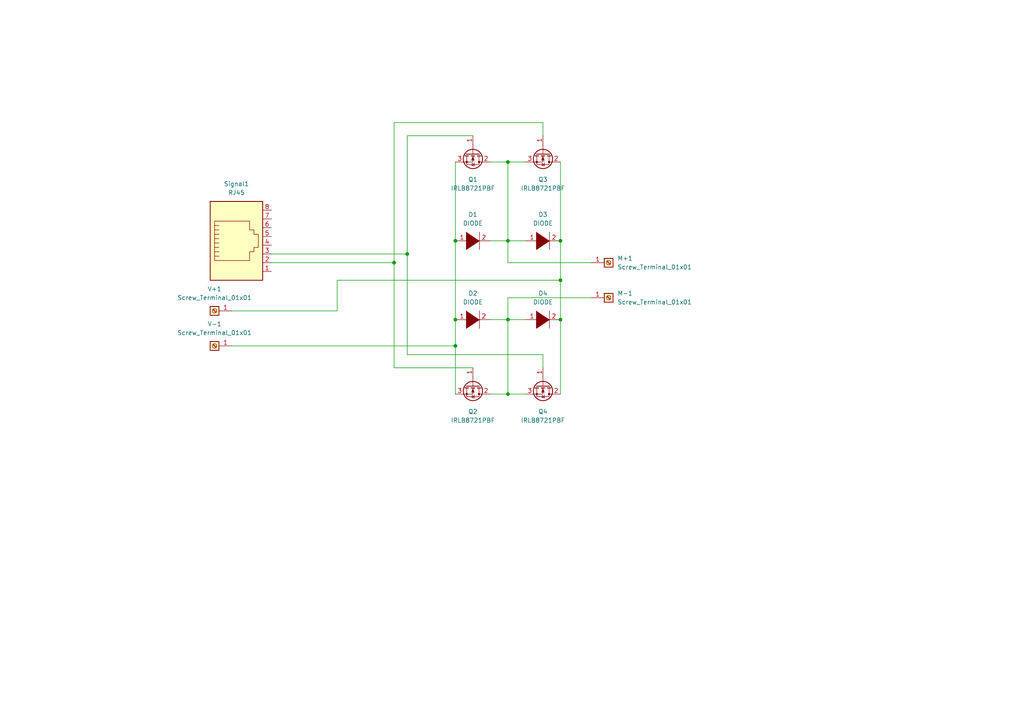
<source format=kicad_sch>
(kicad_sch (version 20211123) (generator eeschema)
  (paper "A4")
  (lib_symbols
    (symbol "Connector:RJ45" (pin_names (offset 1.016))
      (property "Reference" "J" (at -5.08 13.97 0))
      (property "Value" "RJ45" (at 2.54 13.97 0))
      (symbol "RJ45_0_1"
        (polyline (pts (xy -5.08 4.445) (xy -6.35 4.445)))
        (polyline (pts (xy -5.08 5.715) (xy -6.35 5.715)))
        (polyline (pts (xy -6.35 -3.175) (xy -5.08 -3.175) (xy -5.08 -3.175)))
        (polyline (pts (xy -6.35 -1.905) (xy -5.08 -1.905) (xy -5.08 -1.905)))
        (polyline (pts (xy -6.35 -0.635) (xy -5.08 -0.635) (xy -5.08 -0.635)))
        (polyline (pts (xy -6.35 0.635) (xy -5.08 0.635) (xy -5.08 0.635)))
        (polyline (pts (xy -6.35 1.905) (xy -5.08 1.905) (xy -5.08 1.905)))
        (polyline (pts (xy -5.08 3.175) (xy -6.35 3.175) (xy -6.35 3.175)))
        (polyline (pts (xy -6.35 -4.445) (xy -6.35 6.985) (xy 3.81 6.985) (xy 3.81 4.445) (xy 5.08 4.445) (xy 5.08 3.175) (xy 6.35 3.175) (xy 6.35 -0.635) (xy 5.08 -0.635) (xy 5.08 -1.905) (xy 3.81 -1.905) (xy 3.81 -4.445) (xy -6.35 -4.445) (xy -6.35 -4.445)))
        (rectangle (start 7.62 12.7) (end -7.62 -10.16) (stroke (width 0.254)) (fill (type background)))
      )
      (symbol "RJ45_1_1"
        (pin passive line (at 10.16 -7.62 180) (length 2.54) (name "~") (number "1"))
        (pin passive line (at 10.16 -5.08 180) (length 2.54) (name "~") (number "2"))
        (pin passive line (at 10.16 -2.54 180) (length 2.54) (name "~") (number "3"))
        (pin passive line (at 10.16 0 180) (length 2.54) (name "~") (number "4"))
        (pin passive line (at 10.16 2.54 180) (length 2.54) (name "~") (number "5"))
        (pin passive line (at 10.16 5.08 180) (length 2.54) (name "~") (number "6"))
        (pin passive line (at 10.16 7.62 180) (length 2.54) (name "~") (number "7"))
        (pin passive line (at 10.16 10.16 180) (length 2.54) (name "~") (number "8"))
      )
    )
    (symbol "Connector:Screw_Terminal_01x01" (pin_names (offset 1.016) hide)
      (property "Reference" "J" (at 0 2.54 0))
      (property "Value" "Screw_Terminal_01x01" (at 0 -2.54 0))
      (symbol "Screw_Terminal_01x01_1_1"
        (rectangle (start -1.27 1.27) (end 1.27 -1.27) (stroke (width 0.254)) (fill (type background)))
        (polyline (pts (xy -0.5334 0.3302) (xy 0.3302 -0.508)) (stroke (width 0.1524)))
        (polyline (pts (xy -0.3556 0.508) (xy 0.508 -0.3302)) (stroke (width 0.1524)))
        (circle (center 0 0) (radius 0.635) (stroke (width 0.1524)))
        (pin passive line (at -5.08 0 0) (length 3.81) (name "Pin_1") (number "1"))
      )
    )
    (symbol "Transistor_FET:IRLB8721PBF" (pin_names hide)
      (property "Reference" "Q" (at 6.35 1.905 0))
      (property "Value" "IRLB8721PBF" (at 6.35 0 0))
      (symbol "IRLB8721PBF_0_1"
        (polyline (pts (xy 0.254 0) (xy -2.54 0)))
        (polyline (pts (xy 0.254 1.905) (xy 0.254 -1.905)) (stroke (width 0.254)))
        (polyline (pts (xy 0.762 -1.27) (xy 0.762 -2.286)) (stroke (width 0.254)))
        (polyline (pts (xy 0.762 0.508) (xy 0.762 -0.508)) (stroke (width 0.254)))
        (polyline (pts (xy 0.762 2.286) (xy 0.762 1.27)) (stroke (width 0.254)))
        (polyline (pts (xy 2.54 2.54) (xy 2.54 1.778)))
        (polyline (pts (xy 2.54 -2.54) (xy 2.54 0) (xy 0.762 0)))
        (polyline (pts (xy 0.762 -1.778) (xy 3.302 -1.778) (xy 3.302 1.778) (xy 0.762 1.778)))
        (polyline (pts (xy 1.016 0) (xy 2.032 0.381) (xy 2.032 -0.381) (xy 1.016 0)) (fill (type outline)))
        (polyline (pts (xy 2.794 0.508) (xy 2.921 0.381) (xy 3.683 0.381) (xy 3.81 0.254)))
        (polyline (pts (xy 3.302 0.381) (xy 2.921 -0.254) (xy 3.683 -0.254) (xy 3.302 0.381)))
        (circle (center 1.651 0) (radius 2.794) (stroke (width 0.254)))
        (circle (center 2.54 -1.778) (radius 0.254) (fill (type outline)))
        (circle (center 2.54 1.778) (radius 0.254) (fill (type outline)))
      )
      (symbol "IRLB8721PBF_1_1"
        (pin input line (at -5.08 0 0) (length 2.54) (name "G") (number "1"))
        (pin passive line (at 2.54 5.08 270) (length 2.54) (name "D") (number "2"))
        (pin passive line (at 2.54 -5.08 90) (length 2.54) (name "S") (number "3"))
      )
    )
    (symbol "pspice:DIODE" (pin_names (offset 1.016) hide)
      (property "Reference" "D" (at 0 3.81 0))
      (property "Value" "DIODE" (at 0 -4.445 0))
      (symbol "DIODE_0_1"
        (polyline (pts (xy 1.905 2.54) (xy 1.905 -2.54)))
        (polyline (pts (xy -1.905 2.54) (xy -1.905 -2.54) (xy 1.905 0)) (fill (type outline)))
      )
      (symbol "DIODE_1_1"
        (pin input line (at -5.08 0 0) (length 3.81) (name "K") (number "1"))
        (pin input line (at 5.08 0 180) (length 3.81) (name "A") (number "2"))
      )
    )
  )
  (junction (at 132.08 69.85))
  (junction (at 162.56 92.71))
  (junction (at 162.56 81.28))
  (junction (at 114.3 76.2))
  (junction (at 132.08 92.71))
  (junction (at 147.32 114.3))
  (junction (at 147.32 92.71))
  (junction (at 147.32 46.99))
  (junction (at 132.08 100.33))
  (junction (at 118.11 73.66))
  (junction (at 147.32 69.85))
  (junction (at 162.56 69.85))
  (wire (pts (xy 152.4 114.3) (xy 147.32 114.3)))
  (wire (pts (xy 142.24 114.3) (xy 147.32 114.3)))
  (wire (pts (xy 142.24 92.71) (xy 147.32 92.71)))
  (wire (pts (xy 147.32 46.99) (xy 152.4 46.99)))
  (wire (pts (xy 162.56 92.71) (xy 162.56 114.3)))
  (wire (pts (xy 147.32 46.99) (xy 147.32 69.85)))
  (wire (pts (xy 171.45 86.36) (xy 147.32 86.36)))
  (wire (pts (xy 78.74 76.2) (xy 114.3 76.2)))
  (wire (pts (xy 132.08 69.85) (xy 132.08 92.71)))
  (wire (pts (xy 142.24 69.85) (xy 147.32 69.85)))
  (wire (pts (xy 78.74 73.66) (xy 118.11 73.66)))
  (wire (pts (xy 171.45 76.2) (xy 147.32 76.2)))
  (wire (pts (xy 97.79 81.28) (xy 97.79 90.17)))
  (wire (pts (xy 137.16 106.68) (xy 114.3 106.68)))
  (wire (pts (xy 132.08 92.71) (xy 132.08 100.33)))
  (wire (pts (xy 162.56 81.28) (xy 162.56 92.71)))
  (wire (pts (xy 132.08 46.99) (xy 132.08 69.85)))
  (wire (pts (xy 118.11 102.87) (xy 118.11 73.66)))
  (wire (pts (xy 147.32 76.2) (xy 147.32 69.85)))
  (wire (pts (xy 132.08 100.33) (xy 132.08 114.3)))
  (wire (pts (xy 157.48 35.56) (xy 157.48 39.37)))
  (wire (pts (xy 118.11 73.66) (xy 118.11 39.37)))
  (wire (pts (xy 147.32 114.3) (xy 147.32 92.71)))
  (wire (pts (xy 147.32 86.36) (xy 147.32 92.71)))
  (wire (pts (xy 114.3 35.56) (xy 157.48 35.56)))
  (wire (pts (xy 114.3 106.68) (xy 114.3 76.2)))
  (wire (pts (xy 67.31 100.33) (xy 132.08 100.33)))
  (wire (pts (xy 118.11 39.37) (xy 137.16 39.37)))
  (wire (pts (xy 162.56 81.28) (xy 97.79 81.28)))
  (wire (pts (xy 97.79 90.17) (xy 67.31 90.17)))
  (wire (pts (xy 114.3 76.2) (xy 114.3 35.56)))
  (wire (pts (xy 162.56 46.99) (xy 162.56 69.85)))
  (wire (pts (xy 147.32 92.71) (xy 152.4 92.71)))
  (wire (pts (xy 162.56 69.85) (xy 162.56 81.28)))
  (wire (pts (xy 142.24 46.99) (xy 147.32 46.99)))
  (wire (pts (xy 157.48 102.87) (xy 118.11 102.87)))
  (wire (pts (xy 147.32 69.85) (xy 152.4 69.85)))
  (wire (pts (xy 157.48 106.68) (xy 157.48 102.87)))
  (symbol (lib_id "pspice:DIODE") (at 137.16 92.71 0) (unit 1)
    (property "Reference" "D2" (at 137.16 85.09 0))
    (property "Value" "DIODE" (at 137.16 87.63 0))
  )
  (symbol (lib_id "Connector:Screw_Terminal_01x01") (at 62.23 100.33 180) (unit 1)
    (property "Reference" "V-1" (at 62.23 93.98 0))
    (property "Value" "Screw_Terminal_01x01" (at 62.23 96.52 0))
    (property "Footprint" "TerminalBlock_Wuerth:Wuerth_REDCUBE-THR_WP-THRBU_74650195_THR" (effects hide))
  )
  (symbol (lib_id "Transistor_FET:IRLB8721PBF") (at 137.16 44.45 270) (unit 1)
    (property "Reference" "Q1" (at 137.16 52.07 90))
    (property "Value" "IRLB8721PBF" (at 137.16 54.61 90))
    (property "Footprint" "Package_TO_SOT_THT:TO-220-3_Vertical" (effects hide))
    (property "Datasheet" "http://www.infineon.com/dgdl/irlb8721pbf.pdf?fileId=5546d462533600a40153566056732591" (effects hide))
  )
  (symbol (lib_id "Transistor_FET:IRLB8721PBF") (at 137.16 111.76 270) (unit 1)
    (property "Reference" "Q2" (at 137.16 119.38 90))
    (property "Value" "IRLB8721PBF" (at 137.16 121.92 90))
    (property "Footprint" "Package_TO_SOT_THT:TO-220-3_Vertical" (effects hide))
    (property "Datasheet" "http://www.infineon.com/dgdl/irlb8721pbf.pdf?fileId=5546d462533600a40153566056732591" (effects hide))
  )
  (symbol (lib_id "Connector:Screw_Terminal_01x01") (at 62.23 90.17 180) (unit 1)
    (property "Reference" "V+1" (at 62.23 83.82 0))
    (property "Value" "Screw_Terminal_01x01" (at 62.23 86.36 0))
    (property "Footprint" "TerminalBlock_Wuerth:Wuerth_REDCUBE-THR_WP-THRBU_74650195_THR" (effects hide))
  )
  (symbol (lib_id "pspice:DIODE") (at 137.16 69.85 0) (unit 1)
    (property "Reference" "D1" (at 137.16 62.23 0))
    (property "Value" "DIODE" (at 137.16 64.77 0))
  )
  (symbol (lib_id "pspice:DIODE") (at 157.48 69.85 0) (unit 1)
    (property "Reference" "D3" (at 157.48 62.23 0))
    (property "Value" "DIODE" (at 157.48 64.77 0))
  )
  (symbol (lib_id "pspice:DIODE") (at 157.48 92.71 0) (unit 1)
    (property "Reference" "D4" (at 157.48 85.09 0))
    (property "Value" "DIODE" (at 157.48 87.63 0))
  )
  (symbol (lib_id "Connector:Screw_Terminal_01x01") (at 176.53 76.2 0) (unit 1)
    (property "Reference" "M+1" (at 179.07 74.9299 0) (effects (justify left)))
    (property "Value" "Screw_Terminal_01x01" (at 179.07 77.4699 0) (effects (justify left)))
    (property "Footprint" "TerminalBlock_Wuerth:Wuerth_REDCUBE-THR_WP-THRBU_74650195_THR" (effects hide))
  )
  (symbol (lib_id "Transistor_FET:IRLB8721PBF") (at 157.48 44.45 270) (unit 1)
    (property "Reference" "Q3" (at 157.48 52.07 90))
    (property "Value" "IRLB8721PBF" (at 157.48 54.61 90))
    (property "Footprint" "Package_TO_SOT_THT:TO-220-3_Vertical" (effects hide))
    (property "Datasheet" "http://www.infineon.com/dgdl/irlb8721pbf.pdf?fileId=5546d462533600a40153566056732591" (effects hide))
  )
  (symbol (lib_id "Connector:RJ45") (at 68.58 71.12 0) (unit 1)
    (property "Reference" "Signal1" (at 68.58 53.34 0))
    (property "Value" "RJ45" (at 68.58 55.88 0))
    (property "Footprint" "Connector_RJ:RJ45_Amphenol_RJHSE538X" (effects hide))
  )
  (symbol (lib_id "Connector:Screw_Terminal_01x01") (at 176.53 86.36 0) (unit 1)
    (property "Reference" "M-1" (at 179.07 85.0899 0) (effects (justify left)))
    (property "Value" "Screw_Terminal_01x01" (at 179.07 87.6299 0) (effects (justify left)))
    (property "Footprint" "TerminalBlock_Wuerth:Wuerth_REDCUBE-THR_WP-THRBU_74650195_THR" (effects hide))
  )
  (symbol (lib_id "Transistor_FET:IRLB8721PBF") (at 157.48 111.76 270) (unit 1)
    (property "Reference" "Q4" (at 157.48 119.38 90))
    (property "Value" "IRLB8721PBF" (at 157.48 121.92 90))
    (property "Footprint" "Package_TO_SOT_THT:TO-220-3_Vertical" (effects hide))
    (property "Datasheet" "http://www.infineon.com/dgdl/irlb8721pbf.pdf?fileId=5546d462533600a40153566056732591" (effects hide))
  )
)
</source>
